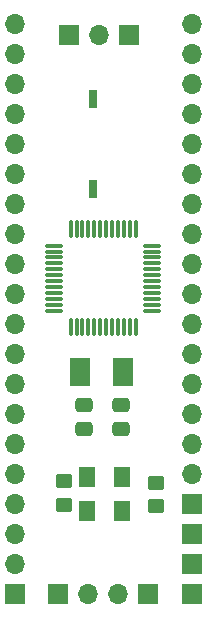
<source format=gts>
G04 #@! TF.GenerationSoftware,KiCad,Pcbnew,8.0.4*
G04 #@! TF.CreationDate,2024-10-13T11:01:47+03:00*
G04 #@! TF.ProjectId,stm32f0_nucleo,73746d33-3266-4305-9f6e-75636c656f2e,rev?*
G04 #@! TF.SameCoordinates,Original*
G04 #@! TF.FileFunction,Soldermask,Top*
G04 #@! TF.FilePolarity,Negative*
%FSLAX46Y46*%
G04 Gerber Fmt 4.6, Leading zero omitted, Abs format (unit mm)*
G04 Created by KiCad (PCBNEW 8.0.4) date 2024-10-13 11:01:47*
%MOMM*%
%LPD*%
G01*
G04 APERTURE LIST*
G04 Aperture macros list*
%AMRoundRect*
0 Rectangle with rounded corners*
0 $1 Rounding radius*
0 $2 $3 $4 $5 $6 $7 $8 $9 X,Y pos of 4 corners*
0 Add a 4 corners polygon primitive as box body*
4,1,4,$2,$3,$4,$5,$6,$7,$8,$9,$2,$3,0*
0 Add four circle primitives for the rounded corners*
1,1,$1+$1,$2,$3*
1,1,$1+$1,$4,$5*
1,1,$1+$1,$6,$7*
1,1,$1+$1,$8,$9*
0 Add four rect primitives between the rounded corners*
20,1,$1+$1,$2,$3,$4,$5,0*
20,1,$1+$1,$4,$5,$6,$7,0*
20,1,$1+$1,$6,$7,$8,$9,0*
20,1,$1+$1,$8,$9,$2,$3,0*%
G04 Aperture macros list end*
%ADD10RoundRect,0.250000X-0.475000X0.337500X-0.475000X-0.337500X0.475000X-0.337500X0.475000X0.337500X0*%
%ADD11O,1.700000X1.700000*%
%ADD12R,1.700000X1.700000*%
%ADD13RoundRect,0.250001X0.462499X0.624999X-0.462499X0.624999X-0.462499X-0.624999X0.462499X-0.624999X0*%
%ADD14RoundRect,0.250000X-0.450000X0.350000X-0.450000X-0.350000X0.450000X-0.350000X0.450000X0.350000X0*%
%ADD15R,0.760000X1.600000*%
%ADD16R,1.700000X2.400000*%
%ADD17RoundRect,0.075000X0.075000X-0.662500X0.075000X0.662500X-0.075000X0.662500X-0.075000X-0.662500X0*%
%ADD18RoundRect,0.075000X0.662500X-0.075000X0.662500X0.075000X-0.662500X0.075000X-0.662500X-0.075000X0*%
G04 APERTURE END LIST*
D10*
X145880000Y-92220000D03*
X145880000Y-94295000D03*
D11*
X140000000Y-60000000D03*
X140000000Y-62540000D03*
X140000000Y-65080000D03*
X140000000Y-67620000D03*
X140000000Y-70160000D03*
X140000000Y-72700000D03*
X140000000Y-75240000D03*
X140000000Y-77780000D03*
X140000000Y-80320000D03*
X140000000Y-82860000D03*
X140000000Y-85400000D03*
X140000000Y-87940000D03*
X140000000Y-90480000D03*
X140000000Y-93020000D03*
X140000000Y-95560000D03*
X140000000Y-98100000D03*
X140000000Y-100640000D03*
X140000000Y-103180000D03*
X140000000Y-105720000D03*
D12*
X140000000Y-108260000D03*
D13*
X149057500Y-98340000D03*
X146082500Y-98340000D03*
X149087500Y-101200000D03*
X146112500Y-101200000D03*
D14*
X151930000Y-98810000D03*
X151930000Y-100810000D03*
D15*
X146600000Y-66340000D03*
X146600000Y-73960000D03*
D11*
X155000000Y-60000000D03*
X155000000Y-62540000D03*
X155000000Y-65080000D03*
X155000000Y-67620000D03*
X155000000Y-70160000D03*
X155000000Y-72700000D03*
X155000000Y-75240000D03*
X155000000Y-77780000D03*
X155000000Y-80320000D03*
X155000000Y-82860000D03*
X155000000Y-85400000D03*
X155000000Y-87940000D03*
X155000000Y-90480000D03*
X155000000Y-93020000D03*
X155000000Y-95560000D03*
X155000000Y-98100000D03*
D12*
X155000000Y-100640000D03*
X155000000Y-103180000D03*
X155000000Y-105720000D03*
X155000000Y-108260000D03*
D16*
X149170001Y-89477500D03*
X145469999Y-89477500D03*
D14*
X144130000Y-98680000D03*
X144130000Y-100680000D03*
D10*
X148960000Y-92220000D03*
X148960000Y-94295000D03*
D12*
X144560001Y-60900000D03*
D11*
X147100001Y-60900000D03*
D12*
X149640000Y-60900000D03*
D17*
X144710000Y-85662500D03*
X145210000Y-85662500D03*
X145710000Y-85662500D03*
X146210001Y-85662500D03*
X146710000Y-85662500D03*
X147210000Y-85662500D03*
X147710000Y-85662500D03*
X148210000Y-85662500D03*
X148709999Y-85662500D03*
X149210000Y-85662500D03*
X149710000Y-85662500D03*
X150210000Y-85662500D03*
D18*
X151622500Y-84250000D03*
X151622500Y-83750000D03*
X151622500Y-83250000D03*
X151622500Y-82749999D03*
X151622500Y-82250000D03*
X151622500Y-81750000D03*
X151622500Y-81250000D03*
X151622500Y-80750000D03*
X151622500Y-80250001D03*
X151622500Y-79750000D03*
X151622500Y-79250000D03*
X151622500Y-78750000D03*
D17*
X150210000Y-77337500D03*
X149710000Y-77337500D03*
X149210000Y-77337500D03*
X148709999Y-77337500D03*
X148210000Y-77337500D03*
X147710000Y-77337500D03*
X147210000Y-77337500D03*
X146710000Y-77337500D03*
X146210001Y-77337500D03*
X145710000Y-77337500D03*
X145210000Y-77337500D03*
X144710000Y-77337500D03*
D18*
X143297500Y-78750000D03*
X143297500Y-79250000D03*
X143297500Y-79750000D03*
X143297500Y-80250001D03*
X143297500Y-80750000D03*
X143297500Y-81250000D03*
X143297500Y-81750000D03*
X143297500Y-82250000D03*
X143297500Y-82749999D03*
X143297500Y-83250000D03*
X143297500Y-83750000D03*
X143297500Y-84250000D03*
D12*
X143640001Y-108260000D03*
D11*
X146180001Y-108260000D03*
X148720000Y-108260000D03*
D12*
X151260001Y-108260000D03*
M02*

</source>
